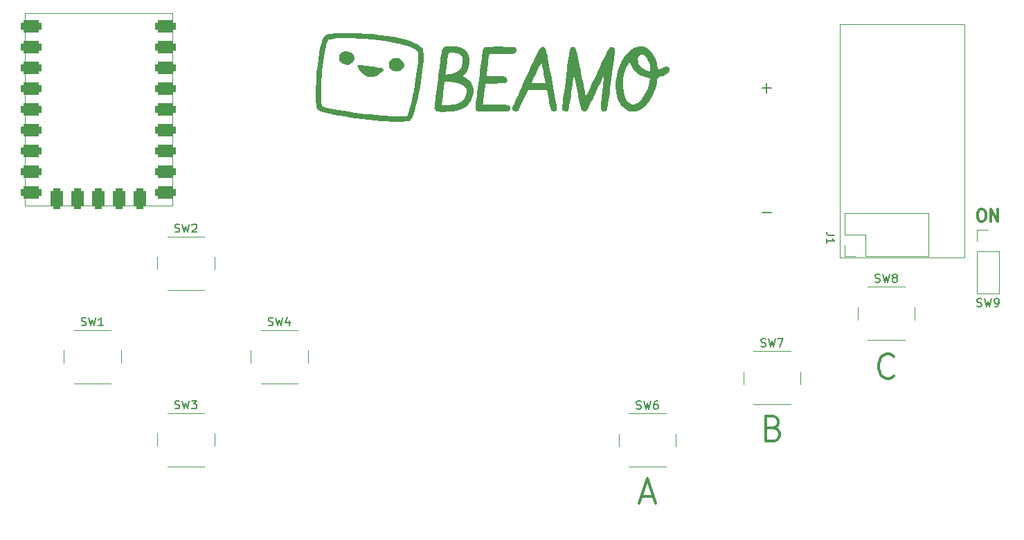
<source format=gto>
G04 #@! TF.GenerationSoftware,KiCad,Pcbnew,(6.0.9)*
G04 #@! TF.CreationDate,2022-12-06T16:10:30-05:00*
G04 #@! TF.ProjectId,rf_controller_hw,72665f63-6f6e-4747-926f-6c6c65725f68,rev?*
G04 #@! TF.SameCoordinates,Original*
G04 #@! TF.FileFunction,Legend,Top*
G04 #@! TF.FilePolarity,Positive*
%FSLAX46Y46*%
G04 Gerber Fmt 4.6, Leading zero omitted, Abs format (unit mm)*
G04 Created by KiCad (PCBNEW (6.0.9)) date 2022-12-06 16:10:30*
%MOMM*%
%LPD*%
G01*
G04 APERTURE LIST*
G04 Aperture macros list*
%AMRoundRect*
0 Rectangle with rounded corners*
0 $1 Rounding radius*
0 $2 $3 $4 $5 $6 $7 $8 $9 X,Y pos of 4 corners*
0 Add a 4 corners polygon primitive as box body*
4,1,4,$2,$3,$4,$5,$6,$7,$8,$9,$2,$3,0*
0 Add four circle primitives for the rounded corners*
1,1,$1+$1,$2,$3*
1,1,$1+$1,$4,$5*
1,1,$1+$1,$6,$7*
1,1,$1+$1,$8,$9*
0 Add four rect primitives between the rounded corners*
20,1,$1+$1,$2,$3,$4,$5,0*
20,1,$1+$1,$4,$5,$6,$7,0*
20,1,$1+$1,$6,$7,$8,$9,0*
20,1,$1+$1,$8,$9,$2,$3,0*%
G04 Aperture macros list end*
%ADD10C,0.300000*%
%ADD11C,0.150000*%
%ADD12C,0.120000*%
%ADD13C,2.000000*%
%ADD14C,1.998980*%
%ADD15RoundRect,0.400000X-0.900000X-0.400000X0.900000X-0.400000X0.900000X0.400000X-0.900000X0.400000X0*%
%ADD16RoundRect,0.400050X-0.899950X-0.400050X0.899950X-0.400050X0.899950X0.400050X-0.899950X0.400050X0*%
%ADD17RoundRect,0.400000X-0.400000X-0.900000X0.400000X-0.900000X0.400000X0.900000X-0.400000X0.900000X0*%
%ADD18RoundRect,0.393700X-0.393700X-0.906300X0.393700X-0.906300X0.393700X0.906300X-0.393700X0.906300X0*%
%ADD19C,3.200000*%
%ADD20R,1.700000X1.700000*%
%ADD21O,1.700000X1.700000*%
%ADD22R,2.000000X2.000000*%
%ADD23R,1.600000X1.600000*%
%ADD24O,1.600000X1.600000*%
G04 APERTURE END LIST*
D10*
X212177428Y-69536571D02*
X212463142Y-69536571D01*
X212606000Y-69608000D01*
X212748857Y-69750857D01*
X212820285Y-70036571D01*
X212820285Y-70536571D01*
X212748857Y-70822285D01*
X212606000Y-70965142D01*
X212463142Y-71036571D01*
X212177428Y-71036571D01*
X212034571Y-70965142D01*
X211891714Y-70822285D01*
X211820285Y-70536571D01*
X211820285Y-70036571D01*
X211891714Y-69750857D01*
X212034571Y-69608000D01*
X212177428Y-69536571D01*
X213463142Y-71036571D02*
X213463142Y-69536571D01*
X214320285Y-71036571D01*
X214320285Y-69536571D01*
X186904285Y-96305714D02*
X187332857Y-96448571D01*
X187475714Y-96591428D01*
X187618571Y-96877142D01*
X187618571Y-97305714D01*
X187475714Y-97591428D01*
X187332857Y-97734285D01*
X187047142Y-97877142D01*
X185904285Y-97877142D01*
X185904285Y-94877142D01*
X186904285Y-94877142D01*
X187190000Y-95020000D01*
X187332857Y-95162857D01*
X187475714Y-95448571D01*
X187475714Y-95734285D01*
X187332857Y-96020000D01*
X187190000Y-96162857D01*
X186904285Y-96305714D01*
X185904285Y-96305714D01*
X170735714Y-104640000D02*
X172164285Y-104640000D01*
X170450000Y-105497142D02*
X171450000Y-102497142D01*
X172450000Y-105497142D01*
X201588571Y-89971428D02*
X201445714Y-90114285D01*
X201017142Y-90257142D01*
X200731428Y-90257142D01*
X200302857Y-90114285D01*
X200017142Y-89828571D01*
X199874285Y-89542857D01*
X199731428Y-88971428D01*
X199731428Y-88542857D01*
X199874285Y-87971428D01*
X200017142Y-87685714D01*
X200302857Y-87400000D01*
X200731428Y-87257142D01*
X201017142Y-87257142D01*
X201445714Y-87400000D01*
X201588571Y-87542857D01*
D11*
X185356666Y-86324761D02*
X185499523Y-86372380D01*
X185737619Y-86372380D01*
X185832857Y-86324761D01*
X185880476Y-86277142D01*
X185928095Y-86181904D01*
X185928095Y-86086666D01*
X185880476Y-85991428D01*
X185832857Y-85943809D01*
X185737619Y-85896190D01*
X185547142Y-85848571D01*
X185451904Y-85800952D01*
X185404285Y-85753333D01*
X185356666Y-85658095D01*
X185356666Y-85562857D01*
X185404285Y-85467619D01*
X185451904Y-85420000D01*
X185547142Y-85372380D01*
X185785238Y-85372380D01*
X185928095Y-85420000D01*
X186261428Y-85372380D02*
X186499523Y-86372380D01*
X186690000Y-85658095D01*
X186880476Y-86372380D01*
X187118571Y-85372380D01*
X187404285Y-85372380D02*
X188070952Y-85372380D01*
X187642380Y-86372380D01*
X113676666Y-72318761D02*
X113819523Y-72366380D01*
X114057619Y-72366380D01*
X114152857Y-72318761D01*
X114200476Y-72271142D01*
X114248095Y-72175904D01*
X114248095Y-72080666D01*
X114200476Y-71985428D01*
X114152857Y-71937809D01*
X114057619Y-71890190D01*
X113867142Y-71842571D01*
X113771904Y-71794952D01*
X113724285Y-71747333D01*
X113676666Y-71652095D01*
X113676666Y-71556857D01*
X113724285Y-71461619D01*
X113771904Y-71414000D01*
X113867142Y-71366380D01*
X114105238Y-71366380D01*
X114248095Y-71414000D01*
X114581428Y-71366380D02*
X114819523Y-72366380D01*
X115010000Y-71652095D01*
X115200476Y-72366380D01*
X115438571Y-71366380D01*
X115771904Y-71461619D02*
X115819523Y-71414000D01*
X115914761Y-71366380D01*
X116152857Y-71366380D01*
X116248095Y-71414000D01*
X116295714Y-71461619D01*
X116343333Y-71556857D01*
X116343333Y-71652095D01*
X116295714Y-71794952D01*
X115724285Y-72366380D01*
X116343333Y-72366380D01*
X113676666Y-93908761D02*
X113819523Y-93956380D01*
X114057619Y-93956380D01*
X114152857Y-93908761D01*
X114200476Y-93861142D01*
X114248095Y-93765904D01*
X114248095Y-93670666D01*
X114200476Y-93575428D01*
X114152857Y-93527809D01*
X114057619Y-93480190D01*
X113867142Y-93432571D01*
X113771904Y-93384952D01*
X113724285Y-93337333D01*
X113676666Y-93242095D01*
X113676666Y-93146857D01*
X113724285Y-93051619D01*
X113771904Y-93004000D01*
X113867142Y-92956380D01*
X114105238Y-92956380D01*
X114248095Y-93004000D01*
X114581428Y-92956380D02*
X114819523Y-93956380D01*
X115010000Y-93242095D01*
X115200476Y-93956380D01*
X115438571Y-92956380D01*
X115724285Y-92956380D02*
X116343333Y-92956380D01*
X116010000Y-93337333D01*
X116152857Y-93337333D01*
X116248095Y-93384952D01*
X116295714Y-93432571D01*
X116343333Y-93527809D01*
X116343333Y-93765904D01*
X116295714Y-93861142D01*
X116248095Y-93908761D01*
X116152857Y-93956380D01*
X115867142Y-93956380D01*
X115771904Y-93908761D01*
X115724285Y-93861142D01*
X102246666Y-83748761D02*
X102389523Y-83796380D01*
X102627619Y-83796380D01*
X102722857Y-83748761D01*
X102770476Y-83701142D01*
X102818095Y-83605904D01*
X102818095Y-83510666D01*
X102770476Y-83415428D01*
X102722857Y-83367809D01*
X102627619Y-83320190D01*
X102437142Y-83272571D01*
X102341904Y-83224952D01*
X102294285Y-83177333D01*
X102246666Y-83082095D01*
X102246666Y-82986857D01*
X102294285Y-82891619D01*
X102341904Y-82844000D01*
X102437142Y-82796380D01*
X102675238Y-82796380D01*
X102818095Y-82844000D01*
X103151428Y-82796380D02*
X103389523Y-83796380D01*
X103580000Y-83082095D01*
X103770476Y-83796380D01*
X104008571Y-82796380D01*
X104913333Y-83796380D02*
X104341904Y-83796380D01*
X104627619Y-83796380D02*
X104627619Y-82796380D01*
X104532380Y-82939238D01*
X104437142Y-83034476D01*
X104341904Y-83082095D01*
X199326666Y-78450761D02*
X199469523Y-78498380D01*
X199707619Y-78498380D01*
X199802857Y-78450761D01*
X199850476Y-78403142D01*
X199898095Y-78307904D01*
X199898095Y-78212666D01*
X199850476Y-78117428D01*
X199802857Y-78069809D01*
X199707619Y-78022190D01*
X199517142Y-77974571D01*
X199421904Y-77926952D01*
X199374285Y-77879333D01*
X199326666Y-77784095D01*
X199326666Y-77688857D01*
X199374285Y-77593619D01*
X199421904Y-77546000D01*
X199517142Y-77498380D01*
X199755238Y-77498380D01*
X199898095Y-77546000D01*
X200231428Y-77498380D02*
X200469523Y-78498380D01*
X200660000Y-77784095D01*
X200850476Y-78498380D01*
X201088571Y-77498380D01*
X201612380Y-77926952D02*
X201517142Y-77879333D01*
X201469523Y-77831714D01*
X201421904Y-77736476D01*
X201421904Y-77688857D01*
X201469523Y-77593619D01*
X201517142Y-77546000D01*
X201612380Y-77498380D01*
X201802857Y-77498380D01*
X201898095Y-77546000D01*
X201945714Y-77593619D01*
X201993333Y-77688857D01*
X201993333Y-77736476D01*
X201945714Y-77831714D01*
X201898095Y-77879333D01*
X201802857Y-77926952D01*
X201612380Y-77926952D01*
X201517142Y-77974571D01*
X201469523Y-78022190D01*
X201421904Y-78117428D01*
X201421904Y-78307904D01*
X201469523Y-78403142D01*
X201517142Y-78450761D01*
X201612380Y-78498380D01*
X201802857Y-78498380D01*
X201898095Y-78450761D01*
X201945714Y-78403142D01*
X201993333Y-78307904D01*
X201993333Y-78117428D01*
X201945714Y-78022190D01*
X201898095Y-77974571D01*
X201802857Y-77926952D01*
X211772666Y-81430761D02*
X211915523Y-81478380D01*
X212153619Y-81478380D01*
X212248857Y-81430761D01*
X212296476Y-81383142D01*
X212344095Y-81287904D01*
X212344095Y-81192666D01*
X212296476Y-81097428D01*
X212248857Y-81049809D01*
X212153619Y-81002190D01*
X211963142Y-80954571D01*
X211867904Y-80906952D01*
X211820285Y-80859333D01*
X211772666Y-80764095D01*
X211772666Y-80668857D01*
X211820285Y-80573619D01*
X211867904Y-80526000D01*
X211963142Y-80478380D01*
X212201238Y-80478380D01*
X212344095Y-80526000D01*
X212677428Y-80478380D02*
X212915523Y-81478380D01*
X213106000Y-80764095D01*
X213296476Y-81478380D01*
X213534571Y-80478380D01*
X213963142Y-81478380D02*
X214153619Y-81478380D01*
X214248857Y-81430761D01*
X214296476Y-81383142D01*
X214391714Y-81240285D01*
X214439333Y-81049809D01*
X214439333Y-80668857D01*
X214391714Y-80573619D01*
X214344095Y-80526000D01*
X214248857Y-80478380D01*
X214058380Y-80478380D01*
X213963142Y-80526000D01*
X213915523Y-80573619D01*
X213867904Y-80668857D01*
X213867904Y-80906952D01*
X213915523Y-81002190D01*
X213963142Y-81049809D01*
X214058380Y-81097428D01*
X214248857Y-81097428D01*
X214344095Y-81049809D01*
X214391714Y-81002190D01*
X214439333Y-80906952D01*
X194344619Y-72713166D02*
X193630333Y-72713166D01*
X193487476Y-72665547D01*
X193392238Y-72570309D01*
X193344619Y-72427452D01*
X193344619Y-72332214D01*
X193344619Y-73713166D02*
X193344619Y-73141738D01*
X193344619Y-73427452D02*
X194344619Y-73427452D01*
X194201761Y-73332214D01*
X194106523Y-73236976D01*
X194058904Y-73141738D01*
X125106666Y-83748761D02*
X125249523Y-83796380D01*
X125487619Y-83796380D01*
X125582857Y-83748761D01*
X125630476Y-83701142D01*
X125678095Y-83605904D01*
X125678095Y-83510666D01*
X125630476Y-83415428D01*
X125582857Y-83367809D01*
X125487619Y-83320190D01*
X125297142Y-83272571D01*
X125201904Y-83224952D01*
X125154285Y-83177333D01*
X125106666Y-83082095D01*
X125106666Y-82986857D01*
X125154285Y-82891619D01*
X125201904Y-82844000D01*
X125297142Y-82796380D01*
X125535238Y-82796380D01*
X125678095Y-82844000D01*
X126011428Y-82796380D02*
X126249523Y-83796380D01*
X126440000Y-83082095D01*
X126630476Y-83796380D01*
X126868571Y-82796380D01*
X127678095Y-83129714D02*
X127678095Y-83796380D01*
X127440000Y-82748761D02*
X127201904Y-83463047D01*
X127820952Y-83463047D01*
X170116666Y-93944761D02*
X170259523Y-93992380D01*
X170497619Y-93992380D01*
X170592857Y-93944761D01*
X170640476Y-93897142D01*
X170688095Y-93801904D01*
X170688095Y-93706666D01*
X170640476Y-93611428D01*
X170592857Y-93563809D01*
X170497619Y-93516190D01*
X170307142Y-93468571D01*
X170211904Y-93420952D01*
X170164285Y-93373333D01*
X170116666Y-93278095D01*
X170116666Y-93182857D01*
X170164285Y-93087619D01*
X170211904Y-93040000D01*
X170307142Y-92992380D01*
X170545238Y-92992380D01*
X170688095Y-93040000D01*
X171021428Y-92992380D02*
X171259523Y-93992380D01*
X171450000Y-93278095D01*
X171640476Y-93992380D01*
X171878571Y-92992380D01*
X172688095Y-92992380D02*
X172497619Y-92992380D01*
X172402380Y-93040000D01*
X172354761Y-93087619D01*
X172259523Y-93230476D01*
X172211904Y-93420952D01*
X172211904Y-93801904D01*
X172259523Y-93897142D01*
X172307142Y-93944761D01*
X172402380Y-93992380D01*
X172592857Y-93992380D01*
X172688095Y-93944761D01*
X172735714Y-93897142D01*
X172783333Y-93801904D01*
X172783333Y-93563809D01*
X172735714Y-93468571D01*
X172688095Y-93420952D01*
X172592857Y-93373333D01*
X172402380Y-93373333D01*
X172307142Y-93420952D01*
X172259523Y-93468571D01*
X172211904Y-93563809D01*
X186626428Y-54717142D02*
X185483571Y-54717142D01*
X186055000Y-55288571D02*
X186055000Y-54145714D01*
X186626428Y-69957142D02*
X185483571Y-69957142D01*
D12*
X113331000Y-69079000D02*
X113331000Y-45579000D01*
X95331000Y-45579000D02*
X95331000Y-69079000D01*
X95331000Y-69079000D02*
X113331000Y-69079000D01*
X113331000Y-45579000D02*
X95331000Y-45579000D01*
G36*
X153662252Y-49680589D02*
G01*
X154053539Y-49684616D01*
X154415393Y-49691423D01*
X154730062Y-49700979D01*
X154979790Y-49713252D01*
X155146826Y-49728213D01*
X155202241Y-49739221D01*
X155359820Y-49845263D01*
X155459830Y-50011002D01*
X155480307Y-50195103D01*
X155469485Y-50242173D01*
X155396902Y-50352013D01*
X155270277Y-50460524D01*
X155253175Y-50471392D01*
X155191494Y-50504411D01*
X155118433Y-50530004D01*
X155019709Y-50549109D01*
X154881039Y-50562663D01*
X154688138Y-50571605D01*
X154426722Y-50576873D01*
X154082508Y-50579403D01*
X153641213Y-50580135D01*
X153596785Y-50580145D01*
X153201984Y-50580782D01*
X152846932Y-50582470D01*
X152546343Y-50585048D01*
X152314935Y-50588354D01*
X152167425Y-50592229D01*
X152118403Y-50596303D01*
X152111300Y-50654230D01*
X152091389Y-50807842D01*
X152060770Y-51041176D01*
X152021541Y-51338268D01*
X151975801Y-51683156D01*
X151949942Y-51877567D01*
X151901403Y-52244850D01*
X151858294Y-52576202D01*
X151822750Y-52854799D01*
X151796904Y-53063816D01*
X151782889Y-53186428D01*
X151780985Y-53210061D01*
X151814403Y-53235008D01*
X151921099Y-53255002D01*
X152110120Y-53270710D01*
X152390513Y-53282798D01*
X152771327Y-53291930D01*
X152929261Y-53294540D01*
X153321560Y-53301305D01*
X153617075Y-53309206D01*
X153831659Y-53319803D01*
X153981165Y-53334653D01*
X154081446Y-53355315D01*
X154148355Y-53383349D01*
X154196445Y-53419128D01*
X154292377Y-53574106D01*
X154316101Y-53768255D01*
X154267616Y-53954298D01*
X154196438Y-54049342D01*
X154148041Y-54085232D01*
X154082254Y-54112613D01*
X153983661Y-54132936D01*
X153836847Y-54147652D01*
X153626396Y-54158211D01*
X153336891Y-54166062D01*
X152952918Y-54172655D01*
X152873229Y-54173811D01*
X152475880Y-54179798D01*
X152176789Y-54185984D01*
X151961588Y-54194011D01*
X151815905Y-54205524D01*
X151725371Y-54222164D01*
X151675614Y-54245576D01*
X151652266Y-54277404D01*
X151641953Y-54314610D01*
X151626526Y-54410023D01*
X151600580Y-54595939D01*
X151566945Y-54851014D01*
X151528452Y-55153907D01*
X151498580Y-55395654D01*
X151457517Y-55728530D01*
X151418638Y-56037402D01*
X151384998Y-56298459D01*
X151359652Y-56487891D01*
X151348614Y-56564280D01*
X151315537Y-56775477D01*
X152847058Y-56775477D01*
X153355301Y-56777759D01*
X153778272Y-56784452D01*
X154109639Y-56795325D01*
X154343067Y-56810149D01*
X154472223Y-56828692D01*
X154490212Y-56835221D01*
X154621961Y-56961099D01*
X154676917Y-57132747D01*
X154657056Y-57315415D01*
X154564354Y-57474356D01*
X154449197Y-57556641D01*
X154347637Y-57577515D01*
X154142608Y-57594175D01*
X153832136Y-57606687D01*
X153414252Y-57615115D01*
X152886981Y-57619523D01*
X152507428Y-57620266D01*
X150705301Y-57620266D01*
X150567063Y-57482028D01*
X150448945Y-57291288D01*
X150428825Y-57156074D01*
X150436076Y-57047041D01*
X150456809Y-56841913D01*
X150489491Y-56552303D01*
X150532589Y-56189822D01*
X150584570Y-55766081D01*
X150643903Y-55292692D01*
X150709054Y-54781266D01*
X150778490Y-54243416D01*
X150850679Y-53690752D01*
X150924089Y-53134886D01*
X150997186Y-52587429D01*
X151068438Y-52059994D01*
X151136313Y-51564192D01*
X151199277Y-51111634D01*
X151255799Y-50713931D01*
X151304345Y-50382696D01*
X151343383Y-50129540D01*
X151371380Y-49966074D01*
X151385887Y-49905207D01*
X151487335Y-49793334D01*
X151590461Y-49732870D01*
X151690667Y-49716561D01*
X151885718Y-49703251D01*
X152157859Y-49692908D01*
X152489337Y-49685502D01*
X152862398Y-49681001D01*
X153259287Y-49679373D01*
X153662252Y-49680589D01*
G37*
G36*
X167602133Y-53808530D02*
G01*
X167717531Y-53109759D01*
X167899353Y-52442294D01*
X168140856Y-51818131D01*
X168435300Y-51249268D01*
X168463624Y-51207563D01*
X170290900Y-51207563D01*
X170312622Y-51459430D01*
X170391054Y-51717545D01*
X170526073Y-51963766D01*
X170717556Y-52179948D01*
X170784538Y-52235126D01*
X170976409Y-52362759D01*
X171201499Y-52485080D01*
X171425493Y-52586089D01*
X171614079Y-52649784D01*
X171703436Y-52663619D01*
X171791199Y-52645344D01*
X171825832Y-52568017D01*
X171830155Y-52476060D01*
X171809085Y-52267582D01*
X171752856Y-51994487D01*
X171671939Y-51695142D01*
X171576803Y-51407911D01*
X171477920Y-51171162D01*
X171469321Y-51153891D01*
X171284253Y-50875729D01*
X171064497Y-50698594D01*
X170815763Y-50626826D01*
X170773582Y-50625411D01*
X170567228Y-50670866D01*
X170418079Y-50795138D01*
X170326011Y-50980085D01*
X170290900Y-51207563D01*
X168463624Y-51207563D01*
X168775944Y-50747701D01*
X169156047Y-50325430D01*
X169568867Y-49994449D01*
X169829274Y-49844763D01*
X170058887Y-49740884D01*
X170248786Y-49684278D01*
X170454319Y-49661805D01*
X170610615Y-49659240D01*
X170912479Y-49677781D01*
X171160201Y-49728033D01*
X171229690Y-49753313D01*
X171608194Y-49977036D01*
X171940830Y-50297944D01*
X172222637Y-50708272D01*
X172448655Y-51200258D01*
X172613920Y-51766138D01*
X172657920Y-51988337D01*
X172697473Y-52205995D01*
X172731244Y-52376269D01*
X172753844Y-52472594D01*
X172758528Y-52484445D01*
X172813946Y-52471360D01*
X172944926Y-52420849D01*
X173125018Y-52343242D01*
X173157352Y-52328671D01*
X173476897Y-52196349D01*
X173719485Y-52127246D01*
X173900019Y-52119399D01*
X174033401Y-52170841D01*
X174076721Y-52207409D01*
X174186880Y-52381639D01*
X174195448Y-52569923D01*
X174110788Y-52761878D01*
X173941264Y-52947126D01*
X173695242Y-53115285D01*
X173381086Y-53255974D01*
X173181818Y-53318010D01*
X172942207Y-53387282D01*
X172792329Y-53449454D01*
X172711620Y-53520258D01*
X172679514Y-53615425D01*
X172674944Y-53705750D01*
X172656054Y-53889703D01*
X172604522Y-54150129D01*
X172528055Y-54458338D01*
X172434359Y-54785641D01*
X172331141Y-55103346D01*
X172226107Y-55382765D01*
X172221435Y-55394044D01*
X171983878Y-55879443D01*
X171692559Y-56336340D01*
X171363176Y-56746261D01*
X171011429Y-57090733D01*
X170653018Y-57351284D01*
X170480678Y-57442284D01*
X170117078Y-57563552D01*
X169733783Y-57613166D01*
X169365184Y-57589958D01*
X169045673Y-57492758D01*
X169042350Y-57491172D01*
X168701879Y-57292969D01*
X168423172Y-57044991D01*
X168172361Y-56716761D01*
X168159012Y-56696253D01*
X167922589Y-56242893D01*
X167743083Y-55713595D01*
X167625084Y-55132167D01*
X167573185Y-54522419D01*
X167583671Y-54179641D01*
X168471248Y-54179641D01*
X168481998Y-54674370D01*
X168537894Y-55141287D01*
X168636055Y-55569534D01*
X168773600Y-55948251D01*
X168947651Y-56266579D01*
X169155325Y-56513658D01*
X169393744Y-56678629D01*
X169660027Y-56750632D01*
X169828219Y-56745225D01*
X170029517Y-56693528D01*
X170219766Y-56609523D01*
X170233195Y-56601488D01*
X170506739Y-56382254D01*
X170781176Y-56070149D01*
X171045103Y-55684267D01*
X171287114Y-55243701D01*
X171495804Y-54767546D01*
X171659769Y-54274896D01*
X171689392Y-54163488D01*
X171748361Y-53926944D01*
X171795183Y-53732497D01*
X171823940Y-53605123D01*
X171830155Y-53569520D01*
X171779119Y-53542356D01*
X171644641Y-53505884D01*
X171454664Y-53467549D01*
X171433625Y-53463888D01*
X170936433Y-53322874D01*
X170476347Y-53081931D01*
X170065565Y-52750983D01*
X169716284Y-52339951D01*
X169440703Y-51858758D01*
X169429267Y-51833459D01*
X169354161Y-51674093D01*
X169296052Y-51566745D01*
X169272471Y-51537783D01*
X169221015Y-51586617D01*
X169140363Y-51718012D01*
X169041516Y-51909306D01*
X168935479Y-52137841D01*
X168833253Y-52380956D01*
X168745840Y-52615989D01*
X168738669Y-52637185D01*
X168596703Y-53150189D01*
X168508522Y-53667961D01*
X168471248Y-54179641D01*
X167583671Y-54179641D01*
X167591976Y-53908160D01*
X167602133Y-53808530D01*
G37*
G36*
X141030113Y-51105184D02*
G01*
X141291653Y-51219309D01*
X141494305Y-51390042D01*
X141632543Y-51600483D01*
X141700842Y-51833732D01*
X141693675Y-52072889D01*
X141605517Y-52301054D01*
X141430841Y-52501329D01*
X141226843Y-52629281D01*
X140938627Y-52708818D01*
X140621896Y-52701374D01*
X140318217Y-52608156D01*
X140306809Y-52602601D01*
X140064571Y-52429911D01*
X139905450Y-52207059D01*
X139830252Y-51955838D01*
X139839781Y-51698041D01*
X139934842Y-51455462D01*
X140116239Y-51249893D01*
X140253553Y-51160263D01*
X140420093Y-51102853D01*
X140630437Y-51068618D01*
X140715211Y-51064565D01*
X141030113Y-51105184D01*
G37*
G36*
X145517739Y-56283213D02*
G01*
X145570300Y-55854710D01*
X145631236Y-55364067D01*
X145699329Y-54821195D01*
X145773361Y-54236008D01*
X145852114Y-53618420D01*
X145869746Y-53480799D01*
X145921525Y-53074695D01*
X146767628Y-53074695D01*
X147176164Y-53043362D01*
X147439506Y-53008838D01*
X147712076Y-52950694D01*
X147901260Y-52893094D01*
X148267995Y-52701311D01*
X148551972Y-52433631D01*
X148751750Y-52092100D01*
X148865888Y-51678764D01*
X148887242Y-51493755D01*
X148886217Y-51172142D01*
X148821168Y-50928939D01*
X148682209Y-50743784D01*
X148459457Y-50596312D01*
X148449126Y-50591138D01*
X148274593Y-50526165D01*
X148051747Y-50473360D01*
X147806978Y-50435088D01*
X147566676Y-50413714D01*
X147357232Y-50411602D01*
X147205036Y-50431117D01*
X147136841Y-50473550D01*
X147121168Y-50551742D01*
X147094181Y-50723175D01*
X147058553Y-50969322D01*
X147016957Y-51271658D01*
X146972065Y-51611656D01*
X146967058Y-51650422D01*
X146921552Y-52000475D01*
X146879062Y-52321628D01*
X146842343Y-52593506D01*
X146814148Y-52795735D01*
X146797232Y-52907940D01*
X146796581Y-52911672D01*
X146767628Y-53074695D01*
X145921525Y-53074695D01*
X145964336Y-52738922D01*
X146045476Y-52100694D01*
X146115545Y-51558244D01*
X146176922Y-51103699D01*
X146231986Y-50729189D01*
X146283116Y-50426842D01*
X146332691Y-50188786D01*
X146383091Y-50007150D01*
X146436695Y-49874061D01*
X146495882Y-49781649D01*
X146563031Y-49722042D01*
X146640521Y-49687368D01*
X146730732Y-49669755D01*
X146836043Y-49661333D01*
X146958833Y-49654229D01*
X147028004Y-49648666D01*
X147548591Y-49628572D01*
X148044374Y-49664317D01*
X148495911Y-49751928D01*
X148883756Y-49887433D01*
X149188466Y-50066859D01*
X149226406Y-50097833D01*
X149471449Y-50379873D01*
X149637784Y-50731791D01*
X149721145Y-51138932D01*
X149717268Y-51586641D01*
X149699184Y-51722175D01*
X149594948Y-52190730D01*
X149441767Y-52577737D01*
X149228995Y-52907577D01*
X149131999Y-53021144D01*
X148856872Y-53322176D01*
X149145812Y-53452760D01*
X149538186Y-53684933D01*
X149840887Y-53984906D01*
X150051829Y-54349704D01*
X150168928Y-54776353D01*
X150187293Y-54938894D01*
X150173924Y-55417342D01*
X150068375Y-55886050D01*
X149879964Y-56320793D01*
X149618007Y-56697348D01*
X149443237Y-56873268D01*
X149175047Y-57066931D01*
X148833938Y-57251917D01*
X148459204Y-57409787D01*
X148090140Y-57522102D01*
X148033639Y-57534739D01*
X147740086Y-57581411D01*
X147372261Y-57617493D01*
X146968187Y-57641226D01*
X146565884Y-57650851D01*
X146203372Y-57644612D01*
X145988501Y-57629324D01*
X145707696Y-57571317D01*
X145523950Y-57463894D01*
X145430754Y-57301920D01*
X145415598Y-57177553D01*
X145422482Y-57096744D01*
X145442612Y-56914143D01*
X145457208Y-56789557D01*
X146316212Y-56789557D01*
X146369288Y-56818263D01*
X146510755Y-56833739D01*
X146717270Y-56837029D01*
X146965494Y-56829178D01*
X147232086Y-56811230D01*
X147493704Y-56784232D01*
X147727009Y-56749226D01*
X147861485Y-56720388D01*
X148333444Y-56568558D01*
X148705959Y-56377007D01*
X148987197Y-56139290D01*
X149185325Y-55848958D01*
X149282608Y-55598602D01*
X149350675Y-55237642D01*
X149327508Y-54925465D01*
X149210877Y-54660300D01*
X148998550Y-54440374D01*
X148688296Y-54263916D01*
X148277884Y-54129154D01*
X147765083Y-54034316D01*
X147249461Y-53983932D01*
X146677344Y-53945609D01*
X146496126Y-55346463D01*
X146446561Y-55731614D01*
X146402270Y-56079632D01*
X146365190Y-56374985D01*
X146337257Y-56602137D01*
X146320409Y-56745555D01*
X146316212Y-56789557D01*
X145457208Y-56789557D01*
X145474770Y-56639661D01*
X145517739Y-56283213D01*
G37*
G36*
X136349979Y-51907503D02*
G01*
X136597366Y-51934415D01*
X136900639Y-51971878D01*
X137241518Y-52017247D01*
X137601721Y-52067880D01*
X137962965Y-52121133D01*
X138306970Y-52174363D01*
X138615453Y-52224926D01*
X138870133Y-52270180D01*
X139052729Y-52307480D01*
X139144958Y-52334185D01*
X139150391Y-52337527D01*
X139218016Y-52433507D01*
X139199095Y-52546384D01*
X139088457Y-52685387D01*
X138880933Y-52859745D01*
X138841131Y-52889517D01*
X138416640Y-53162192D01*
X138021024Y-53328999D01*
X137648306Y-53391182D01*
X137292508Y-53349986D01*
X137052993Y-53261578D01*
X136837934Y-53133381D01*
X136626681Y-52961813D01*
X136430396Y-52762800D01*
X136260239Y-52552272D01*
X136127372Y-52346156D01*
X136042958Y-52160380D01*
X136018157Y-52010872D01*
X136064132Y-51913561D01*
X136095993Y-51895901D01*
X136176761Y-51893784D01*
X136349979Y-51907503D01*
G37*
G36*
X167296221Y-49784054D02*
G01*
X167434450Y-49927577D01*
X167437765Y-49933645D01*
X167457244Y-49987622D01*
X167467778Y-50069341D01*
X167468449Y-50191038D01*
X167458339Y-50364947D01*
X167436531Y-50603300D01*
X167402108Y-50918332D01*
X167354152Y-51322277D01*
X167301743Y-51747248D01*
X167224643Y-52361801D01*
X167145631Y-52983914D01*
X167066120Y-53603007D01*
X166987525Y-54208497D01*
X166911263Y-54789804D01*
X166838748Y-55336347D01*
X166771395Y-55837544D01*
X166710618Y-56282815D01*
X166657834Y-56661577D01*
X166614457Y-56963251D01*
X166581903Y-57177254D01*
X166561585Y-57293006D01*
X166558315Y-57306260D01*
X166452215Y-57500761D01*
X166283974Y-57604442D01*
X166165425Y-57620266D01*
X165976262Y-57569431D01*
X165834032Y-57431287D01*
X165756714Y-57227382D01*
X165747889Y-57119877D01*
X165754422Y-57016029D01*
X165772866Y-56815166D01*
X165801644Y-56532105D01*
X165839181Y-56181660D01*
X165883901Y-55778645D01*
X165934229Y-55337877D01*
X165970028Y-55031134D01*
X166022226Y-54583863D01*
X166069223Y-54173664D01*
X166109594Y-53813564D01*
X166141915Y-53516586D01*
X166164762Y-53295757D01*
X166176710Y-53164100D01*
X166177697Y-53131741D01*
X166151537Y-53177882D01*
X166082654Y-53315585D01*
X165976067Y-53534391D01*
X165836798Y-53823842D01*
X165669867Y-54173479D01*
X165480293Y-54572844D01*
X165273098Y-55011479D01*
X165158875Y-55254137D01*
X164940307Y-55715627D01*
X164732316Y-56148330D01*
X164540583Y-56540893D01*
X164370790Y-56881964D01*
X164228619Y-57160188D01*
X164119751Y-57364214D01*
X164049869Y-57482686D01*
X164032170Y-57505526D01*
X163854661Y-57607152D01*
X163668377Y-57609521D01*
X163502412Y-57519462D01*
X163390224Y-57354902D01*
X163363035Y-57261128D01*
X163317115Y-57072137D01*
X163255843Y-56803160D01*
X163182600Y-56469428D01*
X163100768Y-56086171D01*
X163013726Y-55668620D01*
X162986593Y-55536453D01*
X162897760Y-55102186D01*
X162813233Y-54689058D01*
X162736496Y-54314087D01*
X162671032Y-53994291D01*
X162620326Y-53746691D01*
X162587860Y-53588305D01*
X162583132Y-53565277D01*
X162541804Y-53381281D01*
X162503378Y-53238388D01*
X162484415Y-53185855D01*
X162465605Y-53213003D01*
X162437407Y-53334517D01*
X162403061Y-53532831D01*
X162365808Y-53790383D01*
X162349324Y-53918006D01*
X162293119Y-54353275D01*
X162230892Y-54808776D01*
X162164972Y-55269791D01*
X162097685Y-55721604D01*
X162031361Y-56149497D01*
X161968326Y-56538753D01*
X161910908Y-56874656D01*
X161861436Y-57142487D01*
X161822237Y-57327532D01*
X161796399Y-57413688D01*
X161721759Y-57525972D01*
X161670172Y-57577165D01*
X161527559Y-57617216D01*
X161349723Y-57599842D01*
X161204776Y-57537101D01*
X161165530Y-57510084D01*
X161131452Y-57482761D01*
X161103130Y-57448243D01*
X161081156Y-57399642D01*
X161066118Y-57330069D01*
X161058607Y-57232636D01*
X161059212Y-57100455D01*
X161068523Y-56926636D01*
X161087130Y-56704291D01*
X161115623Y-56426531D01*
X161154591Y-56086468D01*
X161204624Y-55677214D01*
X161266312Y-55191879D01*
X161340244Y-54623575D01*
X161427011Y-53965413D01*
X161527203Y-53210506D01*
X161641409Y-52351963D01*
X161661910Y-52197836D01*
X161740610Y-51612229D01*
X161807526Y-51129121D01*
X161864239Y-50739172D01*
X161912333Y-50433039D01*
X161953391Y-50201381D01*
X161988995Y-50034855D01*
X162020729Y-49924119D01*
X162050175Y-49859831D01*
X162060295Y-49846506D01*
X162191761Y-49768135D01*
X162370844Y-49735759D01*
X162547117Y-49752322D01*
X162661583Y-49811403D01*
X162687166Y-49880141D01*
X162732127Y-50049317D01*
X162794231Y-50308821D01*
X162871244Y-50648544D01*
X162960931Y-51058379D01*
X163061059Y-51528215D01*
X163169394Y-52047944D01*
X163283701Y-52607457D01*
X163326965Y-52822061D01*
X163439528Y-53378399D01*
X163546380Y-53898793D01*
X163645367Y-54373276D01*
X163734334Y-54791883D01*
X163811127Y-55144645D01*
X163873591Y-55421597D01*
X163919572Y-55612771D01*
X163946915Y-55708201D01*
X163952793Y-55717066D01*
X163982749Y-55660104D01*
X164056074Y-55510306D01*
X164168404Y-55276857D01*
X164315371Y-54968944D01*
X164492612Y-54595756D01*
X164695761Y-54166478D01*
X164920453Y-53690298D01*
X165162322Y-53176403D01*
X165360537Y-52754353D01*
X165654282Y-52129097D01*
X165904707Y-51598213D01*
X166115838Y-51153870D01*
X166291697Y-50788234D01*
X166436307Y-50493471D01*
X166553693Y-50261749D01*
X166647877Y-50085235D01*
X166722884Y-49956095D01*
X166782736Y-49866495D01*
X166831457Y-49808604D01*
X166873071Y-49774588D01*
X166897636Y-49761811D01*
X167106557Y-49725386D01*
X167296221Y-49784054D01*
G37*
G36*
X156574590Y-53549438D02*
G01*
X156812818Y-53029417D01*
X157045720Y-52522964D01*
X157268513Y-52040604D01*
X157476411Y-51592864D01*
X157664630Y-51190270D01*
X157828386Y-50843350D01*
X157908590Y-50675293D01*
X158099671Y-50292413D01*
X158261332Y-50008425D01*
X158401898Y-49816093D01*
X158529691Y-49708183D01*
X158653035Y-49677459D01*
X158780253Y-49716685D01*
X158906882Y-49807482D01*
X158968977Y-49872135D01*
X159020972Y-49959744D01*
X159069290Y-50089579D01*
X159120355Y-50280913D01*
X159180589Y-50553015D01*
X159221324Y-50750830D01*
X159291422Y-51102033D01*
X159372099Y-51515894D01*
X159461179Y-51980486D01*
X159556491Y-52483879D01*
X159655859Y-53014145D01*
X159757110Y-53559353D01*
X159858071Y-54107576D01*
X159956568Y-54646884D01*
X160050426Y-55165349D01*
X160137473Y-55651041D01*
X160215534Y-56092031D01*
X160282436Y-56476390D01*
X160336005Y-56792190D01*
X160374067Y-57027501D01*
X160394448Y-57170394D01*
X160397339Y-57204559D01*
X160353566Y-57401197D01*
X160240497Y-57539272D01*
X160085508Y-57608871D01*
X159915974Y-57600077D01*
X159759271Y-57502975D01*
X159716074Y-57451309D01*
X159667315Y-57339636D01*
X159605095Y-57125864D01*
X159531741Y-56819417D01*
X159449580Y-56429723D01*
X159396285Y-56155965D01*
X159177544Y-55001419D01*
X156886834Y-55001419D01*
X156318916Y-56194401D01*
X156152456Y-56539528D01*
X155995919Y-56855616D01*
X155857574Y-57126630D01*
X155745689Y-57336535D01*
X155668532Y-57469297D01*
X155643710Y-57503825D01*
X155483777Y-57603574D01*
X155296827Y-57607520D01*
X155112670Y-57517112D01*
X155066313Y-57475735D01*
X154963798Y-57338399D01*
X154948407Y-57200689D01*
X154952018Y-57180018D01*
X154980349Y-57103281D01*
X155051200Y-56934846D01*
X155159787Y-56685241D01*
X155301325Y-56364991D01*
X155471029Y-55984623D01*
X155664116Y-55554663D01*
X155875799Y-55085638D01*
X156101296Y-54588075D01*
X156333232Y-54078191D01*
X157309165Y-54078191D01*
X157355508Y-54095879D01*
X157496659Y-54110735D01*
X157714801Y-54121691D01*
X157992117Y-54127676D01*
X158146914Y-54128470D01*
X159003436Y-54128470D01*
X158969052Y-53956549D01*
X158947638Y-53848122D01*
X158908725Y-53649793D01*
X158856358Y-53382221D01*
X158794579Y-53066063D01*
X158727432Y-52721977D01*
X158726563Y-52717525D01*
X158660608Y-52387519D01*
X158599885Y-52098987D01*
X158548200Y-51868805D01*
X158509358Y-51713848D01*
X158487163Y-51650992D01*
X158485986Y-51650422D01*
X158456637Y-51698501D01*
X158387319Y-51831432D01*
X158286255Y-52032258D01*
X158161663Y-52284020D01*
X158021764Y-52569760D01*
X157874778Y-52872520D01*
X157728926Y-53175342D01*
X157592427Y-53461268D01*
X157473502Y-53713340D01*
X157380371Y-53914599D01*
X157321254Y-54048088D01*
X157309165Y-54078191D01*
X156333232Y-54078191D01*
X156335821Y-54072499D01*
X156574590Y-53549438D01*
G37*
G36*
X130926594Y-54640130D02*
G01*
X130940539Y-54164104D01*
X130959854Y-53704096D01*
X130984419Y-53276166D01*
X131014119Y-52896373D01*
X131020122Y-52833127D01*
X131110541Y-51986667D01*
X131208220Y-51215352D01*
X131312007Y-50525720D01*
X131420749Y-49924314D01*
X131533294Y-49417674D01*
X131648489Y-49012342D01*
X131733834Y-48783613D01*
X131826717Y-48597320D01*
X131937590Y-48443716D01*
X132077726Y-48319506D01*
X132258398Y-48221392D01*
X132490879Y-48146078D01*
X132786441Y-48090267D01*
X133156357Y-48050662D01*
X133611901Y-48023967D01*
X134164345Y-48006886D01*
X134405986Y-48002161D01*
X135282629Y-48001125D01*
X136169013Y-48026857D01*
X137054842Y-48077617D01*
X137929821Y-48151666D01*
X138783652Y-48247266D01*
X139606041Y-48362678D01*
X140386692Y-48496162D01*
X141115307Y-48645980D01*
X141781591Y-48810392D01*
X142375249Y-48987660D01*
X142885984Y-49176045D01*
X143303500Y-49373807D01*
X143582884Y-49552125D01*
X143774320Y-49707628D01*
X143910840Y-49852656D01*
X144001202Y-50010677D01*
X144054168Y-50205162D01*
X144078498Y-50459577D01*
X144082952Y-50797392D01*
X144082086Y-50889436D01*
X144063407Y-51396120D01*
X144020317Y-51967281D01*
X143955536Y-52588197D01*
X143871787Y-53244145D01*
X143771792Y-53920404D01*
X143658273Y-54602252D01*
X143533951Y-55274967D01*
X143401550Y-55923827D01*
X143263791Y-56534110D01*
X143123396Y-57091094D01*
X142983087Y-57580057D01*
X142845586Y-57986278D01*
X142713616Y-58295035D01*
X142712331Y-58297584D01*
X142622422Y-58465871D01*
X142533762Y-58594117D01*
X142429954Y-58687926D01*
X142294597Y-58752906D01*
X142111293Y-58794661D01*
X141863644Y-58818799D01*
X141535250Y-58830925D01*
X141136142Y-58836399D01*
X140787765Y-58838444D01*
X140463050Y-58838097D01*
X140184948Y-58835556D01*
X139976412Y-58831016D01*
X139868958Y-58825550D01*
X139729315Y-58813627D01*
X139505819Y-58795517D01*
X139226937Y-58773490D01*
X138921136Y-58749814D01*
X138855210Y-58744772D01*
X138143165Y-58684300D01*
X137402796Y-58610087D01*
X136648414Y-58524286D01*
X135894326Y-58429049D01*
X135154842Y-58326528D01*
X134444268Y-58218875D01*
X133776915Y-58108241D01*
X133167090Y-57996779D01*
X132629102Y-57886641D01*
X132177259Y-57779978D01*
X131876494Y-57695187D01*
X131524559Y-57566813D01*
X131270064Y-57428827D01*
X131097812Y-57270554D01*
X130992609Y-57081319D01*
X130989162Y-57071775D01*
X130962240Y-56933303D01*
X130941508Y-56698429D01*
X130926849Y-56383213D01*
X130918146Y-56003715D01*
X130915280Y-55575996D01*
X130915959Y-55466636D01*
X131534955Y-55466636D01*
X131537542Y-55908690D01*
X131553170Y-56284476D01*
X131582512Y-56582362D01*
X131626239Y-56790713D01*
X131677926Y-56891541D01*
X131804448Y-56968127D01*
X132032830Y-57052562D01*
X132352689Y-57143254D01*
X132753644Y-57238612D01*
X133225313Y-57337046D01*
X133757313Y-57436963D01*
X134339261Y-57536773D01*
X134960776Y-57634883D01*
X135611476Y-57729703D01*
X136280977Y-57819642D01*
X136958899Y-57903107D01*
X137634858Y-57978508D01*
X138298473Y-58044254D01*
X138939361Y-58098753D01*
X139547140Y-58140413D01*
X139966094Y-58161896D01*
X140263734Y-58175020D01*
X140517971Y-58186941D01*
X140709262Y-58196686D01*
X140818063Y-58203281D01*
X140835627Y-58205185D01*
X140897924Y-58209569D01*
X141042586Y-58208127D01*
X141239561Y-58202153D01*
X141458802Y-58192938D01*
X141670257Y-58181777D01*
X141843877Y-58169961D01*
X141949614Y-58158784D01*
X141959594Y-58156829D01*
X142043366Y-58105708D01*
X142128752Y-57986262D01*
X142219227Y-57789806D01*
X142318265Y-57507657D01*
X142429340Y-57131132D01*
X142545503Y-56692518D01*
X142670513Y-56173089D01*
X142792444Y-55610788D01*
X142909499Y-55018598D01*
X143019881Y-54409502D01*
X143121790Y-53796484D01*
X143213429Y-53192527D01*
X143293000Y-52610613D01*
X143358705Y-52063727D01*
X143408746Y-51564850D01*
X143441324Y-51126968D01*
X143454643Y-50763062D01*
X143446903Y-50486116D01*
X143425299Y-50339642D01*
X143338097Y-50200538D01*
X143150301Y-50051084D01*
X142872952Y-49895934D01*
X142517090Y-49739744D01*
X142093755Y-49587168D01*
X141613989Y-49442861D01*
X141088832Y-49311478D01*
X140877441Y-49265444D01*
X140147794Y-49125456D01*
X139378853Y-49000788D01*
X138584824Y-48892343D01*
X137779908Y-48801026D01*
X136978311Y-48727739D01*
X136194236Y-48673386D01*
X135441886Y-48638871D01*
X134735466Y-48625098D01*
X134089179Y-48632969D01*
X133517228Y-48663390D01*
X133033818Y-48717263D01*
X132829046Y-48753421D01*
X132634720Y-48793060D01*
X132490790Y-48821928D01*
X132425819Y-48834301D01*
X132424778Y-48834411D01*
X132392604Y-48885122D01*
X132340722Y-49020919D01*
X132276582Y-49217573D01*
X132207633Y-49450853D01*
X132141325Y-49696532D01*
X132085107Y-49930378D01*
X132078455Y-49960843D01*
X131987605Y-50425709D01*
X131903074Y-50940646D01*
X131825533Y-51494020D01*
X131755655Y-52074198D01*
X131694112Y-52669544D01*
X131641576Y-53268427D01*
X131598721Y-53859211D01*
X131566217Y-54430263D01*
X131544738Y-54969949D01*
X131534955Y-55466636D01*
X130915959Y-55466636D01*
X130918135Y-55116114D01*
X130926594Y-54640130D01*
G37*
G36*
X134936209Y-50278226D02*
G01*
X135227103Y-50394635D01*
X135454572Y-50601668D01*
X135549715Y-50751777D01*
X135645208Y-51026215D01*
X135632250Y-51281043D01*
X135510148Y-51529443D01*
X135508776Y-51531375D01*
X135316119Y-51714074D01*
X135057152Y-51840885D01*
X134769794Y-51898631D01*
X134509628Y-51878637D01*
X134196463Y-51757140D01*
X133957643Y-51568474D01*
X133804485Y-51325429D01*
X133748310Y-51040797D01*
X133748320Y-51018287D01*
X133803250Y-50744872D01*
X133951705Y-50521189D01*
X134181376Y-50358414D01*
X134479953Y-50267721D01*
X134588267Y-50255732D01*
X134936209Y-50278226D01*
G37*
X190190000Y-90920000D02*
X190190000Y-89420000D01*
X188940000Y-86920000D02*
X184440000Y-86920000D01*
X183190000Y-89420000D02*
X183190000Y-90920000D01*
X184440000Y-93420000D02*
X188940000Y-93420000D01*
X111510000Y-75414000D02*
X111510000Y-76914000D01*
X112760000Y-79414000D02*
X117260000Y-79414000D01*
X118510000Y-76914000D02*
X118510000Y-75414000D01*
X117260000Y-72914000D02*
X112760000Y-72914000D01*
X111510000Y-97004000D02*
X111510000Y-98504000D01*
X118510000Y-98504000D02*
X118510000Y-97004000D01*
X117260000Y-94504000D02*
X112760000Y-94504000D01*
X112760000Y-101004000D02*
X117260000Y-101004000D01*
X101330000Y-90844000D02*
X105830000Y-90844000D01*
X107080000Y-88344000D02*
X107080000Y-86844000D01*
X105830000Y-84344000D02*
X101330000Y-84344000D01*
X100080000Y-86844000D02*
X100080000Y-88344000D01*
X204160000Y-83046000D02*
X204160000Y-81546000D01*
X202910000Y-79046000D02*
X198410000Y-79046000D01*
X198410000Y-85546000D02*
X202910000Y-85546000D01*
X197160000Y-81546000D02*
X197160000Y-83046000D01*
X214436000Y-74691000D02*
X214436000Y-79831000D01*
X211776000Y-74691000D02*
X214436000Y-74691000D01*
X211776000Y-74691000D02*
X211776000Y-79831000D01*
X211776000Y-79831000D02*
X214436000Y-79831000D01*
X211776000Y-73421000D02*
X211776000Y-72091000D01*
X211776000Y-72091000D02*
X213106000Y-72091000D01*
X195547000Y-72676500D02*
X198147000Y-72676500D01*
X198147000Y-75276500D02*
X205827000Y-75276500D01*
X198147000Y-72676500D02*
X198147000Y-75276500D01*
X205827000Y-70076500D02*
X205827000Y-75276500D01*
X195547000Y-70076500D02*
X205827000Y-70076500D01*
X195547000Y-75276500D02*
X196877000Y-75276500D01*
X195547000Y-70076500D02*
X195547000Y-72676500D01*
X195547000Y-73946500D02*
X195547000Y-75276500D01*
X210197000Y-46946500D02*
X194997000Y-46946500D01*
X194997000Y-46946500D02*
X194997000Y-75446500D01*
X194997000Y-75446500D02*
X210197000Y-75446500D01*
X210197000Y-75446500D02*
X210197000Y-46946500D01*
X122940000Y-86844000D02*
X122940000Y-88344000D01*
X128690000Y-84344000D02*
X124190000Y-84344000D01*
X129940000Y-88344000D02*
X129940000Y-86844000D01*
X124190000Y-90844000D02*
X128690000Y-90844000D01*
X173700000Y-94540000D02*
X169200000Y-94540000D01*
X174950000Y-98540000D02*
X174950000Y-97040000D01*
X169200000Y-101040000D02*
X173700000Y-101040000D01*
X167950000Y-97040000D02*
X167950000Y-98540000D01*
D13*
X160120095Y-103705670D03*
X160120095Y-93705670D03*
D14*
X150543895Y-92955670D03*
D13*
X147470095Y-103705670D03*
D14*
X150543895Y-88455670D03*
D13*
X147470095Y-93705670D03*
D14*
X157046295Y-92955670D03*
X157046295Y-88455670D03*
X145065095Y-101205030D03*
X145065095Y-98705670D03*
X145065095Y-96206310D03*
X156294455Y-107435670D03*
X153795095Y-107435670D03*
X151295735Y-107435670D03*
%LPC*%
D15*
X112551000Y-47169000D03*
X112551000Y-49709000D03*
X112551000Y-52249000D03*
X112551000Y-54789000D03*
X112551000Y-57329000D03*
D16*
X112551000Y-59869000D03*
X112551000Y-62409000D03*
X112551000Y-64949000D03*
X112551000Y-67489000D03*
D17*
X109411000Y-68299000D03*
D18*
X106871000Y-68299000D03*
X104331000Y-68299000D03*
X101791000Y-68299000D03*
X99251000Y-68299000D03*
D16*
X96111000Y-67489000D03*
X96111000Y-64949000D03*
X96111000Y-62409000D03*
X96111000Y-59869000D03*
X96111000Y-57329000D03*
X96111000Y-54789000D03*
X96111000Y-52249000D03*
X96111000Y-49709000D03*
X96111000Y-47169000D03*
D13*
X183440000Y-87920000D03*
X189940000Y-87920000D03*
X189940000Y-92420000D03*
X183440000Y-92420000D03*
D19*
X203200000Y-99060000D03*
D13*
X118260000Y-73914000D03*
X111760000Y-73914000D03*
X118260000Y-78414000D03*
X111760000Y-78414000D03*
X111760000Y-95504000D03*
X118260000Y-95504000D03*
X111760000Y-100004000D03*
X118260000Y-100004000D03*
X100330000Y-85344000D03*
X106830000Y-85344000D03*
X100330000Y-89844000D03*
X106830000Y-89844000D03*
X197410000Y-80046000D03*
X203910000Y-80046000D03*
X203910000Y-84546000D03*
X197410000Y-84546000D03*
D20*
X213106000Y-73421000D03*
D21*
X213106000Y-75961000D03*
X213106000Y-78501000D03*
D20*
X196877000Y-73946500D03*
D21*
X196877000Y-71406500D03*
X199417000Y-73946500D03*
X199417000Y-71406500D03*
X201957000Y-73946500D03*
X201957000Y-71406500D03*
X204497000Y-73946500D03*
X204497000Y-71406500D03*
D13*
X160120095Y-103705670D03*
X160120095Y-93705670D03*
D14*
X150543895Y-92955670D03*
D13*
X147470095Y-103705670D03*
D14*
X150543895Y-88455670D03*
D13*
X147470095Y-93705670D03*
D14*
X157046295Y-92955670D03*
X157046295Y-88455670D03*
X145065095Y-101205030D03*
X145065095Y-98705670D03*
X145065095Y-96206310D03*
X156294455Y-107435670D03*
X153795095Y-107435670D03*
X151295735Y-107435670D03*
D13*
X123190000Y-85344000D03*
X129690000Y-85344000D03*
X123190000Y-89844000D03*
X129690000Y-89844000D03*
X168200000Y-95540000D03*
X174700000Y-95540000D03*
X174700000Y-100040000D03*
X168200000Y-100040000D03*
D19*
X101600000Y-99060000D03*
D22*
X189331000Y-55111000D03*
D13*
X189331000Y-70101000D03*
D23*
X103373000Y-79713500D03*
D24*
X100833000Y-79713500D03*
X98293000Y-79713500D03*
X95753000Y-79713500D03*
X93213000Y-79713500D03*
X93213000Y-72093500D03*
X95753000Y-72093500D03*
X98293000Y-72093500D03*
X100833000Y-72093500D03*
X103373000Y-72093500D03*
M02*

</source>
